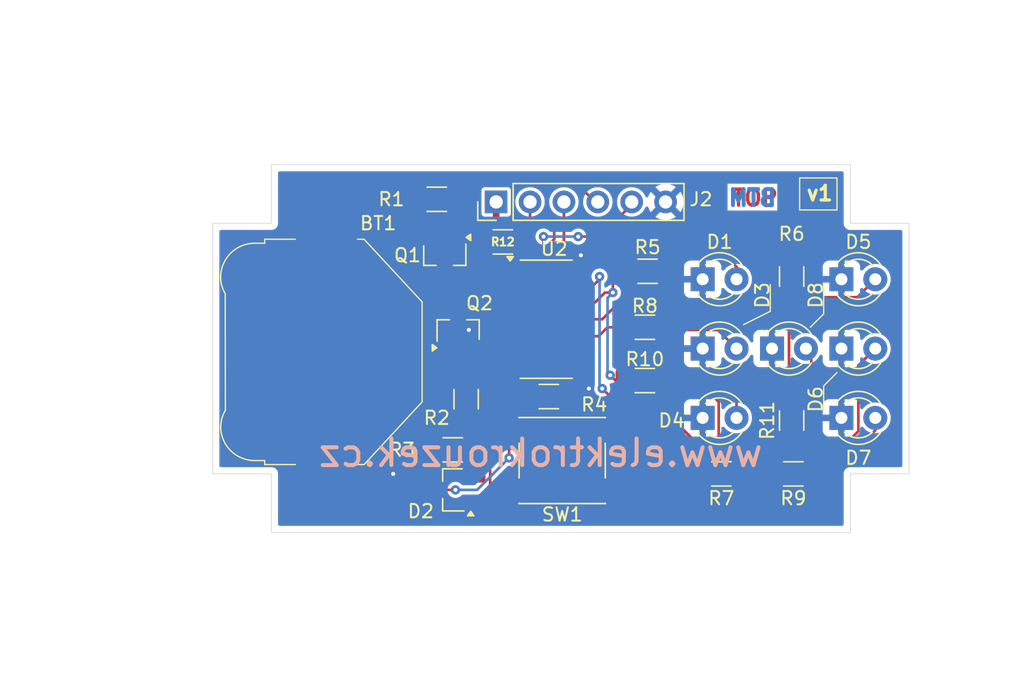
<source format=kicad_pcb>
(kicad_pcb (version 20241229) (generator "pcbnew") (generator_version "9.0")
  (title_block (title "Electronic dice (SMD)") (date "2025-09-17") (rev "1") (company "www.elektrokrouzek.cz"))
  (layers (0 "F.Cu" signal) (2 "B.Cu" signal) (13 "F.Paste" user) (15 "B.Paste" user) (5 "F.SilkS" user "F.Silkscreen") (7 "B.SilkS" user "B.Silkscreen") (1 "F.Mask" user) (3 "B.Mask" user) (25 "Edge.Cuts" user))
  (net 0 "")
  (net 1 "Net-(BT1-+)")
  (net 2 "GND")
  (net 3 "Net-(D1-A)")
  (net 4 "Net-(D2-K-Pad2)")
  (net 5 "Net-(D2-A)")
  (net 6 "BTN")
  (net 7 "Net-(D3-A)")
  (net 8 "Net-(D4-A)")
  (net 9 "Net-(D5-A)")
  (net 10 "Net-(D6-A)")
  (net 11 "Net-(D7-A)")
  (net 12 "Net-(D8-A)")
  (net 13 "RESET")
  (net 14 "MOSI")
  (net 15 "VCC")
  (net 16 "SCK")
  (net 17 "MISO")
  (net 18 "Net-(Q1-G)")
  (net 19 "Net-(Q2-B)")
  (net 20 "PWR")
  (net 21 "Net-(U2-PA2)")
  (net 22 "Net-(U2-PA1)")
  (net 23 "Net-(U2-AREF{slash}PA0)")
  (net 24 "Net-(U2-PA3)")
  (footprint "Resistor_SMD:R_1206_3216Metric_Pad1.30x1.75mm_HandSolder" (layer "F.Cu") (at 179.6 87 90)
    (property "Reference" "R6" (at 3.2 0 0) (layer "F.SilkS"))
    (property "Value" "220R" (hide yes))
    (fp_line (start -0.727064 -0.91) (end 0.727064 -0.91) (stroke (width 0.12)) (layer "F.SilkS"))
    (fp_line (start -0.727064 0.91) (end 0.727064 0.91) (stroke (width 0.12)) (layer "F.SilkS"))
    (pad "1" smd roundrect (at -1.55 0 90) (size 1.3 1.75) (layers "F.Cu" "F.Mask" "F.Paste") (roundrect_rratio 0.192308) (net 9 "Net-(D5-A)"))
    (pad "2" smd roundrect (at 1.55 0 90) (size 1.3 1.75) (layers "F.Cu" "F.Mask" "F.Paste") (roundrect_rratio 0.192308) (net 22 "Net-(U2-PA1)"))
  )
  (footprint "Package_SO:SOIC-14_3.9x8.7mm_P1.27mm" (layer "F.Cu") (at 161.2 90.2)
    (property "Reference" "U2" (at 0.6 -5.28 0) (layer "F.SilkS"))
    (property "Value" "ATtiny24-20SS" (hide yes))
    (fp_line (start 0 -4.435) (end -1.95 -4.435) (stroke (width 0.12)) (layer "F.SilkS"))
    (fp_line (start 0 -4.435) (end 1.95 -4.435) (stroke (width 0.12)) (layer "F.SilkS"))
    (fp_line (start 0 4.435) (end -1.95 4.435) (stroke (width 0.12)) (layer "F.SilkS"))
    (fp_line (start 0 4.435) (end 1.95 4.435) (stroke (width 0.12)) (layer "F.SilkS"))
    (fp_poly (pts (xy -2.7 -4.37) (xy -2.94 -4.7) (xy -2.46 -4.7)) (stroke (width 0.12)) (fill yes) (layer "F.SilkS"))
    (pad "1" smd roundrect (at -2.475 -3.81) (size 1.95 0.6) (layers "F.Cu" "F.Mask" "F.Paste") (net 15 "VCC"))
    (pad "2" smd roundrect (at -2.475 -2.54) (size 1.95 0.6) (layers "F.Cu" "F.Mask" "F.Paste") (net 20 "PWR"))
    (pad "3" smd roundrect (at -2.475 -1.27) (size 1.95 0.6) (layers "F.Cu" "F.Mask" "F.Paste") (net 6 "BTN"))
    (pad "4" smd roundrect (at -2.475 0) (size 1.95 0.6) (layers "F.Cu" "F.Mask" "F.Paste") (net 13 "RESET"))
    (pad "5" smd roundrect (at -2.475 1.27) (size 1.95 0.6) (layers "F.Cu" "F.Mask" "F.Paste"))
    (pad "6" smd roundrect (at -2.475 2.54) (size 1.95 0.6) (layers "F.Cu" "F.Mask" "F.Paste"))
    (pad "7" smd roundrect (at -2.475 3.81) (size 1.95 0.6) (layers "F.Cu" "F.Mask" "F.Paste") (net 14 "MOSI"))
    (pad "8" smd roundrect (at 2.475 3.81) (size 1.95 0.6) (layers "F.Cu" "F.Mask" "F.Paste") (net 17 "MISO"))
    (pad "9" smd roundrect (at 2.475 2.54) (size 1.95 0.6) (layers "F.Cu" "F.Mask" "F.Paste") (net 16 "SCK"))
    (pad "10" smd roundrect (at 2.475 1.27) (size 1.95 0.6) (layers "F.Cu" "F.Mask" "F.Paste") (net 24 "Net-(U2-PA3)"))
    (pad "11" smd roundrect (at 2.475 0) (size 1.95 0.6) (layers "F.Cu" "F.Mask" "F.Paste") (net 21 "Net-(U2-PA2)"))
    (pad "12" smd roundrect (at 2.475 -1.27) (size 1.95 0.6) (layers "F.Cu" "F.Mask" "F.Paste") (net 22 "Net-(U2-PA1)"))
    (pad "13" smd roundrect (at 2.475 -2.54) (size 1.95 0.6) (layers "F.Cu" "F.Mask" "F.Paste") (net 23 "Net-(U2-AREF{slash}PA0)"))
    (pad "14" smd roundrect (at 2.475 -3.81) (size 1.95 0.6) (layers "F.Cu" "F.Mask" "F.Paste") (net 2 "GND"))
  )
  (footprint "Resistor_SMD:R_1206_3216Metric_Pad1.30x1.75mm_HandSolder" (layer "F.Cu") (at 179.6 97.8 90)
    (property "Reference" "R11" (at 0 -1.83 90) (layer "F.SilkS"))
    (property "Value" "220R" (hide yes))
    (fp_line (start -0.727064 -0.91) (end 0.727064 -0.91) (stroke (width 0.12)) (layer "F.SilkS"))
    (fp_line (start -0.727064 0.91) (end 0.727064 0.91) (stroke (width 0.12)) (layer "F.SilkS"))
    (pad "1" smd roundrect (at -1.55 0 90) (size 1.3 1.75) (layers "F.Cu" "F.Mask" "F.Paste") (roundrect_rratio 0.192308) (net 11 "Net-(D7-A)"))
    (pad "2" smd roundrect (at 1.55 0 90) (size 1.3 1.75) (layers "F.Cu" "F.Mask" "F.Paste") (roundrect_rratio 0.192308) (net 21 "Net-(U2-PA2)"))
  )
  (footprint "Resistor_SMD:R_1206_3216Metric_Pad1.30x1.75mm_HandSolder" (layer "F.Cu") (at 168.6 90.8 180)
    (property "Reference" "R8" (at 0 1.6 0) (layer "F.SilkS"))
    (property "Value" "220R" (hide yes))
    (fp_line (start -0.727064 0.91) (end 0.727064 0.91) (stroke (width 0.12)) (layer "F.SilkS"))
    (fp_line (start -0.727064 -0.91) (end 0.727064 -0.91) (stroke (width 0.12)) (layer "F.SilkS"))
    (pad "1" smd roundrect (at -1.55 0 180) (size 1.3 1.75) (layers "F.Cu" "F.Mask" "F.Paste") (roundrect_rratio 0.192308) (net 7 "Net-(D3-A)"))
    (pad "2" smd roundrect (at 1.55 0 180) (size 1.3 1.75) (layers "F.Cu" "F.Mask" "F.Paste") (roundrect_rratio 0.192308) (net 24 "Net-(U2-PA3)"))
  )
  (footprint "Package_TO_SOT_SMD:SOT-23_Handsoldering" (layer "F.Cu") (at 154.6 91 90)
    (property "Reference" "Q2" (at 2 1.6 180) (layer "F.SilkS"))
    (property "Value" "BC848" (hide yes))
    (fp_line (start 0.76 -1.58) (end 0.76 -0.65) (stroke (width 0.12)) (layer "F.SilkS"))
    (fp_line (start -0.04 -1.58) (end 0.76 -1.58) (stroke (width 0.12)) (layer "F.SilkS"))
    (fp_line (start -0.04 -1.58) (end -0.84 -1.58) (stroke (width 0.12)) (layer "F.SilkS"))
    (fp_line (start 0.76 1.58) (end 0.76 0.65) (stroke (width 0.12)) (layer "F.SilkS"))
    (fp_line (start 0.76 1.58) (end -0.7 1.58) (stroke (width 0.12)) (layer "F.SilkS"))
    (fp_poly (pts (xy -1.34 -1.61) (xy -1.58 -1.94) (xy -1.1 -1.94) (xy -1.34 -1.61)) (stroke (width 0.12)) (fill yes) (layer "F.SilkS"))
    (pad "1" smd roundrect (at -1.5 -0.95 90) (size 1.9 0.8) (layers "F.Cu" "F.Mask" "F.Paste") (net 19 "Net-(Q2-B)"))
    (pad "2" smd roundrect (at -1.5 0.95 90) (size 1.9 0.8) (layers "F.Cu" "F.Mask" "F.Paste") (net 2 "GND"))
    (pad "3" smd roundrect (at 1.5 0 90) (size 1.9 0.8) (layers "F.Cu" "F.Mask" "F.Paste") (net 18 "Net-(Q1-G)"))
  )
  (footprint "Resistor_SMD:R_1206_3216Metric_Pad1.30x1.75mm_HandSolder" (layer "F.Cu") (at 157.95 84.4 180)
    (property "Reference" "R12" (at 0 0 0) (layer "F.SilkS") (effects (font (size 0.6 0.6))))
    (property "Value" "10k" (hide yes))
    (fp_line (start -0.727064 0.91) (end 0.727064 0.91) (stroke (width 0.12)) (layer "F.SilkS"))
    (fp_line (start -0.727064 -0.91) (end 0.727064 -0.91) (stroke (width 0.12)) (layer "F.SilkS"))
    (pad "1" smd roundrect (at -1.55 0 180) (size 1.3 1.75) (layers "F.Cu" "F.Mask" "F.Paste") (roundrect_rratio 0.192308) (net 13 "RESET"))
    (pad "2" smd roundrect (at 1.55 0 180) (size 1.3 1.75) (layers "F.Cu" "F.Mask" "F.Paste") (roundrect_rratio 0.192308) (net 15 "VCC"))
  )
  (footprint "Resistor_SMD:R_1206_3216Metric_Pad1.30x1.75mm_HandSolder" (layer "F.Cu") (at 153 81.2)
    (property "Reference" "R1" (at -3.4 0 0) (layer "F.SilkS"))
    (property "Value" "2M2" (hide yes))
    (fp_line (start -0.727064 -0.91) (end 0.727064 -0.91) (stroke (width 0.12)) (layer "F.SilkS"))
    (fp_line (start -0.727064 0.91) (end 0.727064 0.91) (stroke (width 0.12)) (layer "F.SilkS"))
    (pad "1" smd roundrect (at -1.55 0) (size 1.3 1.75) (layers "F.Cu" "F.Mask" "F.Paste") (roundrect_rratio 0.192308) (net 1 "Net-(BT1-+)"))
    (pad "2" smd roundrect (at 1.55 0) (size 1.3 1.75) (layers "F.Cu" "F.Mask" "F.Paste") (roundrect_rratio 0.192308) (net 18 "Net-(Q1-G)"))
  )
  (footprint "Resistor_SMD:R_1206_3216Metric_Pad1.30x1.75mm_HandSolder" (layer "F.Cu") (at 161.4 96 180)
    (property "Reference" "R4" (at -3.4 -0.6 180) (layer "F.SilkS"))
    (property "Value" "10k" (hide yes))
    (fp_line (start -0.727064 0.91) (end 0.727064 0.91) (stroke (width 0.12)) (layer "F.SilkS"))
    (fp_line (start -0.727064 -0.91) (end 0.727064 -0.91) (stroke (width 0.12)) (layer "F.SilkS"))
    (pad "1" smd roundrect (at -1.55 0 180) (size 1.3 1.75) (layers "F.Cu" "F.Mask" "F.Paste") (roundrect_rratio 0.192308) (net 2 "GND"))
    (pad "2" smd roundrect (at 1.55 0 180) (size 1.3 1.75) (layers "F.Cu" "F.Mask" "F.Paste") (roundrect_rratio 0.192308) (net 6 "BTN"))
  )
  (footprint "LED_THT:LED_D3.0mm" (layer "F.Cu") (at 172.93 87.2)
    (property "Reference" "D1" (at 1.27 -2.8 0) (layer "F.SilkS"))
    (property "Value" "3mm" (hide yes))
    (fp_line (start -0.29 -1.236) (end -0.29 -1.08) (stroke (width 0.12)) (layer "F.SilkS"))
    (fp_line (start -0.29 1.08) (end -0.29 1.236) (stroke (width 0.12)) (layer "F.SilkS"))
    (fp_arc (start -0.29 -1.235516) (mid 1.365624 -1.987701) (end 2.941397 -1.080061) (stroke (width 0.12)) (layer "F.SilkS"))
    (fp_arc (start 0.229039 -1.08) (mid 1.269964 -1.5) (end 2.31091 -1.080049) (stroke (width 0.12)) (layer "F.SilkS"))
    (fp_arc (start 2.31091 1.080049) (mid 1.269964 1.5) (end 0.229039 1.08) (stroke (width 0.12)) (layer "F.SilkS"))
    (fp_arc (start 2.941397 1.080061) (mid 1.365624 1.987701) (end -0.29 1.235516) (stroke (width 0.12)) (layer "F.SilkS"))
    (pad "1" thru_hole rect (at 0 0) (size 1.8 1.8) (drill 0.9) (layers "*.Cu" "*.Mask") (net 2 "GND"))
    (pad "2" thru_hole circle (at 2.54 0) (size 1.8 1.8) (drill 0.9) (layers "*.Cu" "*.Mask") (net 3 "Net-(D1-A)"))
  )
  (footprint "Resistor_SMD:R_1206_3216Metric_Pad1.30x1.75mm_HandSolder" (layer "F.Cu") (at 154.2 100 180)
    (property "Reference" "R3" (at 3.8 0 0) (layer "F.SilkS"))
    (property "Value" "10k" (hide yes))
    (fp_line (start -0.727064 0.91) (end 0.727064 0.91) (stroke (width 0.12)) (layer "F.SilkS"))
    (fp_line (start -0.727064 -0.91) (end 0.727064 -0.91) (stroke (width 0.12)) (layer "F.SilkS"))
    (pad "1" smd roundrect (at -1.55 0 180) (size 1.3 1.75) (layers "F.Cu" "F.Mask" "F.Paste") (roundrect_rratio 0.192308) (net 19 "Net-(Q2-B)"))
    (pad "2" smd roundrect (at 1.55 0 180) (size 1.3 1.75) (layers "F.Cu" "F.Mask" "F.Paste") (roundrect_rratio 0.192308) (net 4 "Net-(D2-K-Pad2)"))
  )
  (footprint "LED_THT:LED_D3.0mm" (layer "F.Cu") (at 183.33 92.4)
    (property "Reference" "D6" (at -1.93 3.8 90) (layer "F.SilkS"))
    (property "Value" "3mm" (hide yes))
    (fp_line (start -0.29 -1.236) (end -0.29 -1.08) (stroke (width 0.12)) (layer "F.SilkS"))
    (fp_line (start -0.29 1.08) (end -0.29 1.236) (stroke (width 0.12)) (layer "F.SilkS"))
    (fp_arc (start -0.29 -1.235516) (mid 1.365624 -1.987701) (end 2.941397 -1.080061) (stroke (width 0.12)) (layer "F.SilkS"))
    (fp_arc (start 0.229039 -1.08) (mid 1.269964 -1.5) (end 2.31091 -1.080049) (stroke (width 0.12)) (layer "F.SilkS"))
    (fp_arc (start 2.31091 1.080049) (mid 1.269964 1.5) (end 0.229039 1.08) (stroke (width 0.12)) (layer "F.SilkS"))
    (fp_arc (start 2.941397 1.080061) (mid 1.365624 1.987701) (end -0.29 1.235516) (stroke (width 0.12)) (layer "F.SilkS"))
    (pad "1" thru_hole rect (at 0 0) (size 1.8 1.8) (drill 0.9) (layers "*.Cu" "*.Mask") (net 2 "GND"))
    (pad "2" thru_hole circle (at 2.54 0) (size 1.8 1.8) (drill 0.9) (layers "*.Cu" "*.Mask") (net 10 "Net-(D6-A)"))
  )
  (footprint "Resistor_SMD:R_1206_3216Metric_Pad1.30x1.75mm_HandSolder" (layer "F.Cu") (at 174.33 101.8 180)
    (property "Reference" "R7" (at 0 -1.83 0) (layer "F.SilkS"))
    (property "Value" "220R" (hide yes))
    (fp_line (start -0.727064 0.91) (end 0.727064 0.91) (stroke (width 0.12)) (layer "F.SilkS"))
    (fp_line (start -0.727064 -0.91) (end 0.727064 -0.91) (stroke (width 0.12)) (layer "F.SilkS"))
    (pad "1" smd roundrect (at -1.55 0 180) (size 1.3 1.75) (layers "F.Cu" "F.Mask" "F.Paste") (roundrect_rratio 0.192308) (net 12 "Net-(D8-A)"))
    (pad "2" smd roundrect (at 1.55 0 180) (size 1.3 1.75) (layers "F.Cu" "F.Mask" "F.Paste") (roundrect_rratio 0.192308) (net 23 "Net-(U2-AREF{slash}PA0)"))
  )
  (footprint "Button_Switch_SMD:SW_SPST_PTS645" (layer "F.Cu") (at 162.4 100.8 180)
    (property "Reference" "SW1" (at 0 -4.05 0) (layer "F.SilkS"))
    (property "Value" "6x6 SMD" (hide yes))
    (fp_line (start 3.23 3.23) (end 3.23 3.2) (stroke (width 0.12)) (layer "F.SilkS"))
    (fp_line (start 3.23 -1.3) (end 3.23 1.3) (stroke (width 0.12)) (layer "F.SilkS"))
    (fp_line (start 3.23 -3.23) (end 3.23 -3.2) (stroke (width 0.12)) (layer "F.SilkS"))
    (fp_line (start -3.23 3.23) (end 3.23 3.23) (stroke (width 0.12)) (layer "F.SilkS"))
    (fp_line (start -3.23 3.23) (end -3.23 3.2) (stroke (width 0.12)) (layer "F.SilkS"))
    (fp_line (start -3.23 -1.3) (end -3.23 1.3) (stroke (width 0.12)) (layer "F.SilkS"))
    (fp_line (start -3.23 -3.2) (end -3.23 -3.23) (stroke (width 0.12)) (layer "F.SilkS"))
    (fp_line (start -3.23 -3.23) (end 3.23 -3.23) (stroke (width 0.12)) (layer "F.SilkS"))
    (pad "1" smd rect (at -3.98 -2.25 180) (size 1.55 1.3) (layers "F.Cu" "F.Mask" "F.Paste") (net 1 "Net-(BT1-+)"))
    (pad "1" smd rect (at 3.98 -2.25 180) (size 1.55 1.3) (layers "F.Cu" "F.Mask" "F.Paste") (net 1 "Net-(BT1-+)"))
    (pad "2" smd rect (at -3.98 2.25 180) (size 1.55 1.3) (layers "F.Cu" "F.Mask" "F.Paste") (net 5 "Net-(D2-A)"))
    (pad "2" smd rect (at 3.98 2.25 180) (size 1.55 1.3) (layers "F.Cu" "F.Mask" "F.Paste") (net 5 "Net-(D2-A)"))
  )
  (footprint "LED_THT:LED_D3.0mm" (layer "F.Cu") (at 172.93 97.6)
    (property "Reference" "D4" (at -2.33 0.2 0) (layer "F.SilkS"))
    (property "Value" "3mm" (hide yes))
    (fp_line (start -0.29 -1.236) (end -0.29 -1.08) (stroke (width 0.12)) (layer "F.SilkS"))
    (fp_line (start -0.29 1.08) (end -0.29 1.236) (stroke (width 0.12)) (layer "F.SilkS"))
    (fp_arc (start -0.29 -1.235516) (mid 1.365624 -1.987701) (end 2.941397 -1.080061) (stroke (width 0.12)) (layer "F.SilkS"))
    (fp_arc (start 0.229039 -1.08) (mid 1.269964 -1.5) (end 2.31091 -1.080049) (stroke (width 0.12)) (layer "F.SilkS"))
    (fp_arc (start 2.31091 1.080049) (mid 1.269964 1.5) (end 0.229039 1.08) (stroke (width 0.12)) (layer "F.SilkS"))
    (fp_arc (start 2.941397 1.080061) (mid 1.365624 1.987701) (end -0.29 1.235516) (stroke (width 0.12)) (layer "F.SilkS"))
    (pad "1" thru_hole rect (at 0 0) (size 1.8 1.8) (drill 0.9) (layers "*.Cu" "*.Mask") (net 2 "GND"))
    (pad "2" thru_hole circle (at 2.54 0) (size 1.8 1.8) (drill 0.9) (layers "*.Cu" "*.Mask") (net 8 "Net-(D4-A)"))
  )
  (footprint "LED_THT:LED_D3.0mm" (layer "F.Cu") (at 183.33 87.2)
    (property "Reference" "D5" (at 1.27 -2.8 0) (layer "F.SilkS"))
    (property "Value" "3mm" (hide yes))
    (fp_line (start -0.29 -1.236) (end -0.29 -1.08) (stroke (width 0.12)) (layer "F.SilkS"))
    (fp_line (start -0.29 1.08) (end -0.29 1.236) (stroke (width 0.12)) (layer "F.SilkS"))
    (fp_arc (start -0.29 -1.235516) (mid 1.365624 -1.987701) (end 2.941397 -1.080061) (stroke (width 0.12)) (layer "F.SilkS"))
    (fp_arc (start 0.229039 -1.08) (mid 1.269964 -1.5) (end 2.31091 -1.080049) (stroke (width 0.12)) (layer "F.SilkS"))
    (fp_arc (start 2.31091 1.080049) (mid 1.269964 1.5) (end 0.229039 1.08) (stroke (width 0.12)) (layer "F.SilkS"))
    (fp_arc (start 2.941397 1.080061) (mid 1.365624 1.987701) (end -0.29 1.235516) (stroke (width 0.12)) (layer "F.SilkS"))
    (pad "1" thru_hole rect (at 0 0) (size 1.8 1.8) (drill 0.9) (layers "*.Cu" "*.Mask") (net 2 "GND"))
    (pad "2" thru_hole circle (at 2.54 0) (size 1.8 1.8) (drill 0.9) (layers "*.Cu" "*.Mask") (net 9 "Net-(D5-A)"))
  )
  (footprint "Package_TO_SOT_SMD:SOT-23_Handsoldering" (layer "F.Cu") (at 153.6 85.4 -90)
    (property "Reference" "Q1" (at 0 2.8 180) (layer "F.SilkS"))
    (property "Value" "BSS84" (hide yes))
    (fp_line (start 0.76 1.58) (end -0.7 1.58) (stroke (width 0.12)) (layer "F.SilkS"))
    (fp_line (start 0.76 1.58) (end 0.76 0.65) (stroke (width 0.12)) (layer "F.SilkS"))
    (fp_line (start -0.04 -1.58) (end -0.84 -1.58) (stroke (width 0.12)) (layer "F.SilkS"))
    (fp_line (start -0.04 -1.58) (end 0.76 -1.58) (stroke (width 0.12)) (layer "F.SilkS"))
    (fp_line (start 0.76 -1.58) (end 0.76 -0.65) (stroke (width 0.12)) (layer "F.SilkS"))
    (fp_poly (pts (xy -1.34 -1.61) (xy -1.58 -1.94) (xy -1.1 -1.94) (xy -1.34 -1.61)) (stroke (width 0.12)) (fill yes) (layer "F.SilkS"))
    (pad "1" smd roundrect (at -1.5 -0.95 270) (size 1.9 0.8) (layers "F.Cu" "F.Mask" "F.Paste") (net 18 "Net-(Q1-G)"))
    (pad "2" smd roundrect (at -1.5 0.95 270) (size 1.9 0.8) (layers "F.Cu" "F.Mask" "F.Paste") (net 1 "Net-(BT1-+)"))
    (pad "3" smd roundrect (at 1.5 0 270) (size 1.9 0.8) (layers "F.Cu" "F.Mask" "F.Paste") (net 15 "VCC"))
  )
  (footprint "Connector_PinHeader_2.54mm:PinHeader_1x06_P2.54mm_Vertical" (layer "F.Cu") (at 157.45 81.4 90)
    (property "Reference" "J2" (at 0.2 15.35 180) (layer "F.SilkS"))
    (property "Value" "6pin" (hide yes))
    (fp_line (start -1.38 -1.38) (end 0 -1.38) (stroke (width 0.12)) (layer "F.SilkS"))
    (fp_line (start -1.38 0) (end -1.38 -1.38) (stroke (width 0.12)) (layer "F.SilkS"))
    (fp_line (start 1.38 1.27) (end 1.38 14.08) (stroke (width 0.12)) (layer "F.SilkS"))
    (fp_line (start -1.38 1.27) (end 1.38 1.27) (stroke (width 0.12)) (layer "F.SilkS"))
    (fp_line (start -1.38 1.27) (end -1.38 14.08) (stroke (width 0.12)) (layer "F.SilkS"))
    (fp_line (start -1.38 14.08) (end 1.38 14.08) (stroke (width 0.12)) (layer "F.SilkS"))
    (pad "1" thru_hole rect (at 0 0 90) (size 1.7 1.7) (drill 1) (layers "*.Cu" "*.Mask") (net 15 "VCC"))
    (pad "2" thru_hole circle (at 0 2.54 90) (size 1.7 1.7) (drill 1) (layers "*.Cu" "*.Mask") (net 13 "RESET"))
    (pad "3" thru_hole circle (at 0 5.08 90) (size 1.7 1.7) (drill 1) (layers "*.Cu" "*.Mask") (net 16 "SCK"))
    (pad "4" thru_hole circle (at 0 7.62 90) (size 1.7 1.7) (drill 1) (layers "*.Cu" "*.Mask") (net 17 "MISO"))
    (pad "5" thru_hole circle (at 0 10.16 90) (size 1.7 1.7) (drill 1) (layers "*.Cu" "*.Mask") (net 14 "MOSI"))
    (pad "6" thru_hole circle (at 0 12.7 90) (size 1.7 1.7) (drill 1) (layers "*.Cu" "*.Mask") (net 2 "GND"))
  )
  (footprint "LED_THT:LED_D3.0mm" (layer "F.Cu") (at 172.93 92.4)
    (property "Reference" "D3" (at 4.47 -4 270) (layer "F.SilkS"))
    (property "Value" "3mm" (hide yes))
    (fp_line (start -0.29 -1.236) (end -0.29 -1.08) (stroke (width 0.12)) (layer "F.SilkS"))
    (fp_line (start -0.29 1.08) (end -0.29 1.236) (stroke (width 0.12)) (layer "F.SilkS"))
    (fp_arc (start -0.29 -1.235516) (mid 1.365624 -1.987701) (end 2.941397 -1.080061) (stroke (width 0.12)) (layer "F.SilkS"))
    (fp_arc (start 0.229039 -1.08) (mid 1.269964 -1.5) (end 2.31091 -1.080049) (stroke (width 0.12)) (layer "F.SilkS"))
    (fp_arc (start 2.31091 1.080049) (mid 1.269964 1.5) (end 0.229039 1.08) (stroke (width 0.12)) (layer "F.SilkS"))
    (fp_arc (start 2.941397 1.080061) (mid 1.365624 1.987701) (end -0.29 1.235516) (stroke (width 0.12)) (layer "F.SilkS"))
    (pad "1" thru_hole rect (at 0 0) (size 1.8 1.8) (drill 0.9) (layers "*.Cu" "*.Mask") (net 2 "GND"))
    (pad "2" thru_hole circle (at 2.54 0) (size 1.8 1.8) (drill 0.9) (layers "*.Cu" "*.Mask") (net 7 "Net-(D3-A)"))
  )
  (footprint "Resistor_SMD:R_1206_3216Metric_Pad1.30x1.75mm_HandSolder" (layer "F.Cu") (at 155.2 96.2 90)
    (property "Reference" "R2" (at -1.4 -2.2 0) (layer "F.SilkS"))
    (property "Value" "10k" (hide yes))
    (fp_line (start -0.727064 -0.91) (end 0.727064 -0.91) (stroke (width 0.12)) (layer "F.SilkS"))
    (fp_line (start -0.727064 0.91) (end 0.727064 0.91) (stroke (width 0.12)) (layer "F.SilkS"))
    (pad "1" smd roundrect (at -1.55 0 90) (size 1.3 1.75) (layers "F.Cu" "F.Mask" "F.Paste") (roundrect_rratio 0.192308) (net 19 "Net-(Q2-B)"))
    (pad "2" smd roundrect (at 1.55 0 90) (size 1.3 1.75) (layers "F.Cu" "F.Mask" "F.Paste") (roundrect_rratio 0.192308) (net 20 "PWR"))
  )
  (footprint "Resistor_SMD:R_1206_3216Metric_Pad1.30x1.75mm_HandSolder" (layer "F.Cu") (at 168.8 86.6 180)
    (property "Reference" "R5" (at 0 1.8 0) (layer "F.SilkS"))
    (property "Value" "220R" (hide yes))
    (fp_line (start -0.727064 0.91) (end 0.727064 0.91) (stroke (width 0.12)) (layer "F.SilkS"))
    (fp_line (start -0.727064 -0.91) (end 0.727064 -0.91) (stroke (width 0.12)) (layer "F.SilkS"))
    (pad "1" smd roundrect (at -1.55 0 180) (size 1.3 1.75) (layers "F.Cu" "F.Mask" "F.Paste") (roundrect_rratio 0.192308) (net 3 "Net-(D1-A)"))
    (pad "2" smd roundrect (at 1.55 0 180) (size 1.3 1.75) (layers "F.Cu" "F.Mask" "F.Paste") (roundrect_rratio 0.192308) (net 21 "Net-(U2-PA2)"))
  )
  (footprint "LED_THT:LED_D3.0mm" (layer "F.Cu") (at 183.33 97.6)
    (property "Reference" "D7" (at 1.27 3 0) (layer "F.SilkS"))
    (property "Value" "3mm" (hide yes))
    (fp_line (start -0.29 -1.236) (end -0.29 -1.08) (stroke (width 0.12)) (layer "F.SilkS"))
    (fp_line (start -0.29 1.08) (end -0.29 1.236) (stroke (width 0.12)) (layer "F.SilkS"))
    (fp_arc (start -0.29 -1.235516) (mid 1.365624 -1.987701) (end 2.941397 -1.080061) (stroke (width 0.12)) (layer "F.SilkS"))
    (fp_arc (start 0.229039 -1.08) (mid 1.269964 -1.5) (end 2.31091 -1.080049) (stroke (width 0.12)) (layer "F.SilkS"))
    (fp_arc (start 2.31091 1.080049) (mid 1.269964 1.5) (end 0.229039 1.08) (stroke (width 0.12)) (layer "F.SilkS"))
    (fp_arc (start 2.941397 1.080061) (mid 1.365624 1.987701) (end -0.29 1.235516) (stroke (width 0.12)) (layer "F.SilkS"))
    (pad "1" thru_hole rect (at 0 0) (size 1.8 1.8) (drill 0.9) (layers "*.Cu" "*.Mask") (net 2 "GND"))
    (pad "2" thru_hole circle (at 2.54 0) (size 1.8 1.8) (drill 0.9) (layers "*.Cu" "*.Mask") (net 11 "Net-(D7-A)"))
  )
  (footprint "Krouzek:Keystone 3012" (layer "F.Cu") (at 144.35 92.65 90)
    (property "Reference" "BT1" (at 9.65 4.25 0) (layer "F.SilkS"))
    (property "Value" "Keystone 3012" (hide yes))
    (fp_line (start -4.378248 -7.196908) (end 4.378248 -7.210439) (stroke (width 0.1)) (layer "F.SilkS"))
    (fp_line (start 8.149999 -5) (end 8.15 -4.25) (stroke (width 0.1)) (layer "F.SilkS"))
    (fp_line (start -8.149999 -5) (end -8.15 -4.25) (stroke (width 0.1)) (layer "F.SilkS"))
    (fp_line (start 8.45 -4.25) (end 8.45 -1.95) (stroke (width 0.1)) (layer "F.SilkS"))
    (fp_line (start 8.15 -4.25) (end 8.45 -4.25) (stroke (width 0.1)) (layer "F.SilkS"))
    (fp_line (start -8.45 -4.25) (end -8.15 -4.25) (stroke (width 0.1)) (layer "F.SilkS"))
    (fp_line (start -8.45 -4.25) (end -8.45 -1.95) (stroke (width 0.1)) (layer "F.SilkS"))
    (fp_line (start 8.45 3.2) (end 8.45 2.7) (stroke (width 0.1)) (layer "F.SilkS"))
    (fp_line (start 8.45 3.2) (end 3.75 7.55) (stroke (width 0.1)) (layer "F.SilkS"))
    (fp_line (start -8.45 3.2) (end -8.45 2.7) (stroke (width 0.1)) (layer "F.SilkS"))
    (fp_line (start -8.45 3.2) (end -3.75 7.55) (stroke (width 0.1)) (layer "F.SilkS"))
    (fp_line (start -3.75 7.55) (end 3.75 7.55) (stroke (width 0.1)) (layer "F.SilkS"))
    (fp_arc (start 5.6 -7.55) (mid 7.403122 -6.803122) (end 8.15 -5) (stroke (width 0.1)) (layer "F.SilkS"))
    (fp_arc (start -5.6 -7.536469) (mid -4.965969 -7.45) (end -4.378248 -7.196908) (stroke (width 0.1)) (layer "F.SilkS"))
    (fp_arc (start 4.378248 -7.210439) (mid 4.965969 -7.463531) (end 5.6 -7.55) (stroke (width 0.1)) (layer "F.SilkS"))
    (fp_arc (start -8.15 -5) (mid -7.403122 -6.803122) (end -5.6 -7.55) (stroke (width 0.1)) (layer "F.SilkS"))
    (pad "1" smd roundrect (at -10.05 0.45 90) (size 4 4) (layers "F.Cu" "F.Mask" "F.Paste") (roundrect_rratio 0.15) (net 1 "Net-(BT1-+)"))
    (pad "1" smd roundrect (at 10.05 0.45 90) (size 4 4) (layers "F.Cu" "F.Mask" "F.Paste") (roundrect_rratio 0.15) (net 1 "Net-(BT1-+)"))
    (pad "2" smd circle (at 0 0 90) (size 13 13) (layers "F.Cu" "F.Mask" "F.Paste") (net 2 "GND"))
  )
  (footprint "Resistor_SMD:R_1206_3216Metric_Pad1.30x1.75mm_HandSolder" (layer "F.Cu") (at 179.73 101.8 180)
    (property "Reference" "R9" (at 0 -1.83 0) (layer "F.SilkS"))
    (property "Value" "220R" (hide yes))
    (fp_line (start -0.727064 0.91) (end 0.727064 0.91) (stroke (width 0.12)) (layer "F.SilkS"))
    (fp_line (start -0.727064 -0.91) (end 0.727064 -0.91) (stroke (width 0.12)) (layer "F.SilkS"))
    (pad "1" smd roundrect (at -1.55 0 180) (size 1.3 1.75) (layers "F.Cu" "F.Mask" "F.Paste") (roundrect_rratio 0.192308) (net 10 "Net-(D6-A)"))
    (pad "2" smd roundrect (at 1.55 0 180) (size 1.3 1.75) (layers "F.Cu" "F.Mask" "F.Paste") (roundrect_rratio 0.192308) (net 24 "Net-(U2-PA3)"))
  )
  (footprint "LED_THT:LED_D3.0mm" (layer "F.Cu") (at 178.13 92.4)
    (property "Reference" "D8" (at 3.27 -4 90) (layer "F.SilkS"))
    (property "Value" "3mm" (hide yes))
    (fp_line (start -0.29 -1.236) (end -0.29 -1.08) (stroke (width 0.12)) (layer "F.SilkS"))
    (fp_line (start -0.29 1.08) (end -0.29 1.236) (stroke (width 0.12)) (layer "F.SilkS"))
    (fp_arc (start -0.29 -1.235516) (mid 1.365624 -1.987701) (end 2.941397 -1.080061) (stroke (width 0.12)) (layer "F.SilkS"))
    (fp_arc (start 0.229039 -1.08) (mid 1.269964 -1.5) (end 2.31091 -1.080049) (stroke (width 0.12)) (layer "F.SilkS"))
    (fp_arc (start 2.31091 1.080049) (mid 1.269964 1.5) (end 0.229039 1.08) (stroke (width 0.12)) (layer "F.SilkS"))
    (fp_arc (start 2.941397 1.080061) (mid 1.365624 1.987701) (end -0.29 1.235516) (stroke (width 0.12)) (layer "F.SilkS"))
    (pad "1" thru_hole rect (at 0 0) (size 1.8 1.8) (drill 0.9) (layers "*.Cu" "*.Mask") (net 2 "GND"))
    (pad "2" thru_hole circle (at 2.54 0) (size 1.8 1.8) (drill 0.9) (layers "*.Cu" "*.Mask") (net 12 "Net-(D8-A)"))
  )
  (footprint "Package_TO_SOT_SMD:SOT-23_Handsoldering" (layer "F.Cu") (at 154.2 103 180)
    (property "Reference" "D2" (at 2.4 -1.6 0) (layer "F.SilkS"))
    (property "Value" "BAS70-06" (hide yes))
    (fp_line (start 0.76 1.58) (end 0.76 0.65) (stroke (width 0.12)) (layer "F.SilkS"))
    (fp_line (start 0.76 1.58) (end -0.7 1.58) (stroke (width 0.12)) (layer "F.SilkS"))
    (fp_line (start 0.76 -1.58) (end 0.76 -0.65) (stroke (width 0.12)) (layer "F.SilkS"))
    (fp_line (start -0.04 -1.58) (end 0.76 -1.58) (stroke (width 0.12)) (layer "F.SilkS"))
    (fp_line (start -0.04 -1.58) (end -0.84 -1.58) (stroke (width 0.12)) (layer "F.SilkS"))
    (fp_poly (pts (xy -1.34 -1.61) (xy -1.58 -1.94) (xy -1.1 -1.94) (xy -1.34 -1.61)) (stroke (width 0.12)) (fill yes) (layer "F.SilkS"))
    (pad "1" smd roundrect (at -1.5 -0.95 180) (size 1.9 0.8) (layers "F.Cu" "F.Mask" "F.Paste") (net 6 "BTN"))
    (pad "2" smd roundrect (at -1.5 0.95 180) (size 1.9 0.8) (layers "F.Cu" "F.Mask" "F.Paste") (net 4 "Net-(D2-K-Pad2)"))
    (pad "3" smd roundrect (at 1.5 0 180) (size 1.9 0.8) (layers "F.Cu" "F.Mask" "F.Paste") (net 5 "Net-(D2-A)"))
  )
  (footprint "Resistor_SMD:R_1206_3216Metric_Pad1.30x1.75mm_HandSolder" (layer "F.Cu") (at 168.6 94.8 180)
    (property "Reference" "R10" (at 0 1.6 0) (layer "F.SilkS"))
    (property "Value" "220R" (hide yes))
    (fp_line (start -0.727064 0.91) (end 0.727064 0.91) (stroke (width 0.12)) (layer "F.SilkS"))
    (fp_line (start -0.727064 -0.91) (end 0.727064 -0.91) (stroke (width 0.12)) (layer "F.SilkS"))
    (pad "1" smd roundrect (at -1.55 0 180) (size 1.3 1.75) (layers "F.Cu" "F.Mask" "F.Paste") (roundrect_rratio 0.192308) (net 8 "Net-(D4-A)"))
    (pad "2" smd roundrect (at 1.55 0 180) (size 1.3 1.75) (layers "F.Cu" "F.Mask" "F.Paste") (roundrect_rratio 0.192308) (net 22 "Net-(U2-PA1)"))
  )
  (gr_line (start 182 87.6) (end 182 89.8) (stroke (width 0.1)) (layer "F.SilkS"))
  (gr_line (start 182 95.2) (end 183 94.2) (stroke (width 0.1)) (layer "F.SilkS"))
  (gr_line (start 182 89.8) (end 181 90.8) (stroke (width 0.1)) (layer "F.SilkS"))
  (gr_line (start 182 97) (end 182 95.2) (stroke (width 0.1)) (layer "F.SilkS"))
  (gr_line (start 178 87.6) (end 178 89.6) (stroke (width 0.1)) (layer "F.SilkS"))
  (gr_line (start 178 89.6) (end 175.995006 90.605961) (stroke (width 0.1)) (layer "F.SilkS"))
  (gr_rect (start 180.2 79.6) (end 183 82) (stroke (width 0.1)) (fill no) (layer "F.SilkS"))
  (gr_line (start 140.6 106.2) (end 140.6 101.8) (stroke (width 0.05)) (layer "Edge.Cuts"))
  (gr_line (start 188.4 101.8) (end 184 101.8) (stroke (width 0.05)) (layer "Edge.Cuts"))
  (gr_line (start 136.2 83) (end 136.2 101.8) (stroke (width 0.05)) (layer "Edge.Cuts"))
  (gr_line (start 184 101.8) (end 184 106.2) (stroke (width 0.05)) (layer "Edge.Cuts"))
  (gr_line (start 188.4 83) (end 188.4 101.8) (stroke (width 0.05)) (layer "Edge.Cuts"))
  (gr_line (start 184 83) (end 188.4 83) (stroke (width 0.05)) (layer "Edge.Cuts"))
  (gr_line (start 184 106.2) (end 140.6 106.2) (stroke (width 0.05)) (layer "Edge.Cuts"))
  (gr_line (start 136.2 83) (end 140.6 83) (stroke (width 0.05)) (layer "Edge.Cuts"))
  (gr_line (start 140.6 78.6) (end 184 78.6) (stroke (width 0.05)) (layer "Edge.Cuts"))
  (gr_line (start 184 78.6) (end 184 83) (stroke (width 0.05)) (layer "Edge.Cuts"))
  (gr_line (start 140.6 83) (end 140.6 78.6) (stroke (width 0.05)) (layer "Edge.Cuts"))
  (gr_line (start 140.6 101.8) (end 136.2 101.8) (stroke (width 0.05)) (layer "Edge.Cuts"))
  (gr_text "TOP" (at 175 81.8 0) (layer "F.Cu") (effects (font (size 1.2 1.2) (thickness 0.25) (bold yes)) (justify left bottom)))
  (gr_text "BTM" (at 178.6 81.8 0) (layer "B.Cu") (effects (font (size 1.2 1.2) (thickness 0.3) (bold yes)) (justify left bottom mirror)))
  (gr_text "v1" (at 180.6 81.4 0) (layer "F.SilkS") (effects (font (size 1.1 1.1) (thickness 0.24) (bold yes)) (justify left bottom)))
  (gr_text "www.elektrokrouzek.cz" (at 177.6 101.4 0) (layer "B.SilkS") (effects (font (size 2 2) (thickness 0.3) (bold yes)) (justify left bottom mirror)))
  (segment (start 150.9 102.7) (end 145.1 102.7) (width 0.5) (layer "F.Cu") (net 1))
  (segment (start 151 96.8) (end 151 102.6) (width 0.5) (layer "F.Cu") (net 1))
  (segment (start 158.42 103.98) (end 157.4 105) (width 0.2) (layer "F.Cu") (net 1))
  (segment (start 151.4 89.4) (end 151.4 96.4) (width 0.5) (layer "F.Cu") (net 1))
  (segment (start 145.8 81.2) (end 151.45 81.2) (width 0.5) (layer "F.Cu") (net 1))
  (segment (start 151 84.6) (end 151 89) (width 0.5) (layer "F.Cu") (net 1))
  (segment (start 151.45 84.15) (end 151 84.6) (width 0.5) (layer "F.Cu") (net 1))
  (segment (start 151.55 83.9) (end 151.45 84) (width 0.5) (layer "F.Cu") (net 1))
  (segment (start 158.42 103.05) (end 158.42 103.98) (width 0.2) (layer "F.Cu") (net 1))
  (segment (start 151.4 96.4) (end 151 96.8) (width 0.5) (layer "F.Cu") (net 1))
  (segment (start 151.45 84) (end 151.45 81.2) (width 0.5) (layer "F.Cu") (net 1))
  (segment (start 158.42 103.05) (end 166.38 103.05) (width 0.2) (layer "F.Cu") (net 1))
  (segment (start 151.45 84) (end 151.45 84.15) (width 0.5) (layer "F.Cu") (net 1))
  (segment (start 152.65 83.9) (end 151.55 83.9) (width 0.5) (layer "F.Cu") (net 1))
  (segment (start 151 102.6) (end 150.9 102.7) (width 0.5) (layer "F.Cu") (net 1))
  (segment (start 152 105) (end 151 104) (width 0.2) (layer "F.Cu") (net 1))
  (segment (start 145.1 81.9) (end 145.8 81.2) (width 0.5) (layer "F.Cu") (net 1))
  (segment (start 145.1 102.7) (end 144.4 102) (width 0.5) (layer "F.Cu") (net 1))
  (segment (start 144.4 81.9) (end 145.1 81.9) (width 0.5) (layer "F.Cu") (net 1))
  (segment (start 157.4 105) (end 152 105) (width 0.2) (layer "F.Cu") (net 1))
  (segment (start 151 104) (end 151 102.6) (width 0.2) (layer "F.Cu") (net 1))
  (segment (start 151 89) (end 151.4 89.4) (width 0.5) (layer "F.Cu") (net 1))
  (segment (start 163.675 86.39) (end 163.675 85.525) (width 0.2) (layer "F.Cu") (net 2))
  (segment (start 155.55 92.5) (end 155.55 91.15) (width 0.2) (layer "F.Cu") (net 2))
  (segment (start 163.8 96) (end 162.95 96) (width 0.2) (layer "F.Cu") (net 2))
  (segment (start 149.731574 101.8) (end 149.6 101.668426) (width 0.5) (layer "F.Cu") (net 2))
  (segment (start 149.6 97.6) (end 144.65 92.65) (width 0.5) (layer "F.Cu") (net 2))
  (segment (start 164.4 95.4) (end 163.8 96) (width 0.2) (layer "F.Cu") (net 2))
  (segment (start 149.6 101.668426) (end 149.6 97.6) (width 0.5) (layer "F.Cu") (net 2))
  (segment (start 163.675 85.525) (end 163.8 85.4) (width 0.2) (layer "F.Cu") (net 2))
  (segment (start 155.55 91.15) (end 155.4 91) (width 0.2) (layer "F.Cu") (net 2))
  (segment (start 144.65 92.65) (end 143.95 92.65) (width 0.5) (layer "F.Cu") (net 2))
  (via (at 163.8 85.4) (size 0.7) (drill 0.3) (layers "F.Cu" "B.Cu") (net 2))
  (via (at 149.731574 101.8) (size 0.7) (drill 0.3) (layers "F.Cu" "B.Cu") (net 2))
  (via (at 164.4 95.4) (size 0.7) (drill 0.3) (layers "F.Cu" "B.Cu") (net 2))
  (via (at 155.4 91) (size 0.7) (drill 0.3) (layers "F.Cu" "B.Cu") (net 2))
  (segment (start 175.47 87.2) (end 175.47 86.27) (width 0.2) (layer "F.Cu") (net 3))
  (segment (start 171.35 85.6) (end 170.35 86.6) (width 0.2) (layer "F.Cu") (net 3))
  (segment (start 175.47 86.27) (end 174.8 85.6) (width 0.2) (layer "F.Cu") (net 3))
  (segment (start 174.8 85.6) (end 171.35 85.6) (width 0.2) (layer "F.Cu") (net 3))
  (segment (start 170.15 85.8) (end 170.15 86.35) (width 0.2) (layer "F.Cu") (net 3))
  (segment (start 154.7 102.05) (end 152.65 100) (width 0.2) (layer "F.Cu") (net 4))
  (segment (start 156.25 101.95) (end 155.5 101.95) (width 0.2) (layer "F.Cu") (net 4))
  (segment (start 155.7 102.05) (end 154.7 102.05) (width 0.2) (layer "F.Cu") (net 4))
  (segment (start 158.42 100.6) (end 158.42 98.55) (width 0.2) (layer "F.Cu") (net 5))
  (segment (start 166.38 98.55) (end 158.42 98.55) (width 0.2) (layer "F.Cu") (net 5))
  (segment (start 158.42 100.694064) (end 158.42 100.6) (width 0.2) (layer "F.Cu") (net 5))
  (segment (start 152.7 103) (end 154.4 103) (width 0.2) (layer "F.Cu") (net 5))
  (via (at 158.42 100.6) (size 0.7) (drill 0.3) (layers "F.Cu" "B.Cu") (net 5))
  (via (at 154.4 103) (size 0.7) (drill 0.3) (layers "F.Cu" "B.Cu") (net 5))
  (segment (start 154.4 103) (end 156.02 103) (width 0.2) (layer "B.Cu") (net 5))
  (segment (start 156.02 103) (end 158.42 100.6) (width 0.2) (layer "B.Cu") (net 5))
  (segment (start 157 102.65) (end 157 96) (width 0.2) (layer "F.Cu") (net 6))
  (segment (start 155.7 103.95) (end 157 102.65) (width 0.2) (layer "F.Cu") (net 6))
  (segment (start 157.47 88.93) (end 157 89.4) (width 0.2) (layer "F.Cu") (net 6))
  (segment (start 159.85 96) (end 157 96) (width 0.2) (layer "F.Cu") (net 6))
  (segment (start 158.725 88.93) (end 157.47 88.93) (width 0.2) (layer "F.Cu") (net 6))
  (segment (start 157 89.4) (end 157 96) (width 0.2) (layer "F.Cu") (net 6))
  (segment (start 170.73 91) (end 174.07 91) (width 0.2) (layer "F.Cu") (net 7))
  (segment (start 174.07 91) (end 175.47 92.4) (width 0.2) (layer "F.Cu") (net 7))
  (segment (start 170.15 90.8) (end 170.15 90.25) (width 0.2) (layer "F.Cu") (net 7))
  (segment (start 175.47 96.34) (end 173.93 94.8) (width 0.2) (layer "F.Cu") (net 8))
  (segment (start 175.47 97.6) (end 175.47 96.34) (width 0.2) (layer "F.Cu") (net 8))
  (segment (start 173.93 94.8) (end 170.15 94.8) (width 0.2) (layer "F.Cu") (net 8))
  (segment (start 179.6 88.55) (end 184.52 88.55) (width 0.2) (layer "F.Cu") (net 9))
  (segment (start 184.52 88.55) (end 185.87 87.2) (width 0.2) (layer "F.Cu") (net 9))
  (segment (start 184.6 98.6) (end 184.6 93.67) (width 0.2) (layer "F.Cu") (net 10))
  (segment (start 184.6 93.67) (end 185.87 92.4) (width 0.2) (layer "F.Cu") (net 10))
  (segment (start 183.8 99.4) (end 184.6 98.6) (width 0.2) (layer "F.Cu") (net 10))
  (segment (start 183.6 99.4) (end 183.8 99.4) (width 0.2) (layer "F.Cu") (net 10))
  (segment (start 181.28 101.72) (end 183.6 99.4) (width 0.2) (layer "F.Cu") (net 10))
  (segment (start 181.28 101.8) (end 181.28 101.72) (width 0.2) (layer "F.Cu") (net 10))
  (segment (start 185.87 98.53) (end 185.87 97.6) (width 0.2) (layer "F.Cu") (net 11))
  (segment (start 181.6 103.4) (end 182.8 102.2) (width 0.2) (layer "F.Cu") (net 11))
  (segment (start 180.8 103.4) (end 181.6 103.4) (width 0.2) (layer "F.Cu") (net 11))
  (segment (start 182.8 101.6) (end 185.87 98.53) (width 0.2) (layer "F.Cu") (net 11))
  (segment (start 182.8 102.2) (end 182.8 101.6) (width 0.2) (layer "F.Cu") (net 11))
  (segment (start 179.6 102.2) (end 180.8 103.4) (width 0.2) (layer "F.Cu") (net 11))
  (segment (start 179.6 99.35) (end 179.6 102.2) (width 0.2) (layer "F.Cu") (net 11))
  (segment (start 181.07 92.8) (end 180.67 92.4) (width 0.2) (layer "F.Cu") (net 12))
  (segment (start 178.8 97.8) (end 175.88 100.72) (width 0.2) (layer "F.Cu") (net 12))
  (segment (start 180.6 97.8) (end 178.8 97.8) (width 0.2) (layer "F.Cu") (net 12))
  (segment (start 175.88 100.72) (end 175.88 101.8) (width 0.2) (layer "F.Cu") (net 12))
  (segment (start 181.07 97.33) (end 181.07 92.8) (width 0.2) (layer "F.Cu") (net 12))
  (segment (start 181.07 97.33) (end 180.6 97.8) (width 0.2) (layer "F.Cu") (net 12))
  (segment (start 159.8 84.6) (end 159.8 83.2) (width 0.2) (layer "F.Cu") (net 13))
  (segment (start 159.8 83.2) (end 159.99 83.01) (width 0.2) (layer "F.Cu") (net 13))
  (segment (start 160.599 89.300999) (end 160.599 85.399) (width 0.2) (layer "F.Cu") (net 13))
  (segment (start 159.699999 90.2) (end 160.599 89.300999) (width 0.2) (layer "F.Cu") (net 13))
  (segment (start 158.725 90.2) (end 159.699999 90.2) (width 0.2) (layer "F.Cu") (net 13))
  (segment (start 160.599 85.399) (end 159.8 84.6) (width 0.2) (layer "F.Cu") (net 13))
  (segment (start 159.99 83.01) (end 159.99 81.6) (width 0.2) (layer "F.Cu") (net 13))
  (segment (start 165.21 84) (end 163.6 84) (width 0.2) (layer "F.Cu") (net 14))
  (segment (start 161 84) (end 161 92.709999) (width 0.2) (layer "F.Cu") (net 14))
  (segment (start 167.61 81.6) (end 165.21 84) (width 0.2) (layer "F.Cu") (net 14))
  (segment (start 159.699999 94.01) (end 158.725 94.01) (width 0.2) (layer "F.Cu") (net 14))
  (segment (start 161 92.709999) (end 159.699999 94.01) (width 0.2) (layer "F.Cu") (net 14))
  (via (at 161 84) (size 0.7) (drill 0.3) (layers "F.Cu" "B.Cu") (net 14))
  (via (at 163.6 84) (size 0.7) (drill 0.3) (layers "F.Cu" "B.Cu") (net 14))
  (segment (start 161 84) (end 163.6 84) (width 0.2) (layer "B.Cu") (net 14))
  (segment (start 156.4 84.4) (end 157.45 84.4) (width 0.5) (layer "F.Cu") (net 15))
  (segment (start 157.45 84.4) (end 157.45 86.34) (width 0.5) (layer "F.Cu") (net 15))
  (segment (start 158.725 86.39) (end 157.4 86.39) (width 0.5) (layer "F.Cu") (net 15))
  (segment (start 157.4 86.39) (end 156.21 86.39) (width 0.5) (layer "F.Cu") (net 15))
  (segment (start 157.45 81.6) (end 157.45 84.4) (width 0.5) (layer "F.Cu") (net 15))
  (segment (start 155.7 86.9) (end 153.6 86.9) (width 0.5) (layer "F.Cu") (net 15))
  (segment (start 156.21 86.39) (end 155.7 86.9) (width 0.5) (layer "F.Cu") (net 15))
  (segment (start 157.45 86.34) (end 157.4 86.39) (width 0.5) (layer "F.Cu") (net 15))
  (segment (start 161.8 91.839999) (end 161.8 85) (width 0.2) (layer "F.Cu") (net 16))
  (segment (start 161.8 85) (end 162.53 84.27) (width 0.2) (layer "F.Cu") (net 16))
  (segment (start 162.53 84.27) (end 162.53 81.6) (width 0.2) (layer "F.Cu") (net 16))
  (segment (start 163.675 92.74) (end 162.700001 92.74) (width 0.2) (layer "F.Cu") (net 16))
  (segment (start 162.700001 92.74) (end 161.8 91.839999) (width 0.2) (layer "F.Cu") (net 16))
  (segment (start 161.8 84.2) (end 161.8 83.4) (width 0.2) (layer "F.Cu") (net 17))
  (segment (start 161.8 83.4) (end 161.2 82.8) (width 0.2) (layer "F.Cu") (net 17))
  (segment (start 163.67 80.2) (end 165.07 81.6) (width 0.2) (layer "F.Cu") (net 17))
  (segment (start 161.2 82.8) (end 161.2 80.6) (width 0.2) (layer "F.Cu") (net 17))
  (segment (start 161.6 80.2) (end 163.67 80.2) (width 0.2) (layer "F.Cu") (net 17))
  (segment (start 162.700001 94.01) (end 161.4 92.709999) (width 0.2) (layer "F.Cu") (net 17))
  (segment (start 161.4 84.6) (end 161.8 84.2) (width 0.2) (layer "F.Cu") (net 17))
  (segment (start 163.675 94.01) (end 162.700001 94.01) (width 0.2) (layer "F.Cu") (net 17))
  (segment (start 161.2 80.6) (end 161.6 80.2) (width 0.2) (layer "F.Cu") (net 17))
  (segment (start 161.4 92.709999) (end 161.4 84.6) (width 0.2) (layer "F.Cu") (net 17))
  (segment (start 152.6 88.5) (end 152.6 86) (width 0.2) (layer "F.Cu") (net 18))
  (segment (start 154.55 81.2) (end 154.55 83.9) (width 0.2) (layer "F.Cu") (net 18))
  (segment (start 153.4 85.2) (end 154.4 85.2) (width 0.2) (layer "F.Cu") (net 18))
  (segment (start 154.55 85.05) (end 154.55 83.9) (width 0.2) (layer "F.Cu") (net 18))
  (segment (start 154.4 89.5) (end 153.6 89.5) (width 0.2) (layer "F.Cu") (net 18))
  (segment (start 152.6 86) (end 153.4 85.2) (width 0.2) (layer "F.Cu") (net 18))
  (segment (start 154.4 85.2) (end 154.55 85.05) (width 0.2) (layer "F.Cu") (net 18))
  (segment (start 153.6 89.5) (end 152.6 88.5) (width 0.2) (layer "F.Cu") (net 18))
  (segment (start 155.75 98.3) (end 155.2 97.75) (width 0.2) (layer "F.Cu") (net 19))
  (segment (start 153.65 92.5) (end 153.65 96.2) (width 0.2) (layer "F.Cu") (net 19))
  (segment (start 153.65 96.2) (end 155.2 97.75) (width 0.2) (layer "F.Cu") (net 19))
  (segment (start 155.75 100) (end 155.75 98.3) (width 0.2) (layer "F.Cu") (net 19))
  (segment (start 157.34 87.66) (end 156.6 88.4) (width 0.2) (layer "F.Cu") (net 20))
  (segment (start 156.6 94) (end 155.95 94.65) (width 0.2) (layer "F.Cu") (net 20))
  (segment (start 158.725 87.66) (end 157.34 87.66) (width 0.2) (layer "F.Cu") (net 20))
  (segment (start 155.95 94.65) (end 155.2 94.65) (width 0.2) (layer "F.Cu") (net 20))
  (segment (start 156.6 88.4) (end 156.6 94) (width 0.2) (layer "F.Cu") (net 20))
  (segment (start 171.4 88.4) (end 167.2 88.4) (width 0.2) (layer "F.Cu") (net 21))
  (segment (start 165.4 90.2) (end 167.2 88.4) (width 0.2) (layer "F.Cu") (net 21))
  (segment (start 178.8 90) (end 177.2 90) (width 0.2) (layer "F.Cu") (net 21))
  (segment (start 179.4 96.05) (end 179.4 90.6) (width 0.2) (layer "F.Cu") (net 21))
  (segment (start 163.675 90.2) (end 165.4 90.2) (width 0.2) (layer "F.Cu") (net 21))
  (segment (start 179.4 90.6) (end 178.8 90) (width 0.2) (layer "F.Cu") (net 21))
  (segment (start 167.25 88.35) (end 167.25 86.6) (width 0.2) (layer "F.Cu") (net 21))
  (segment (start 167.2 88.4) (end 167.25 88.35) (width 0.2) (layer "F.Cu") (net 21))
  (segment (start 172 89) (end 171.4 88.4) (width 0.2) (layer "F.Cu") (net 21))
  (segment (start 176.2 89) (end 172 89) (width 0.2) (layer "F.Cu") (net 21))
  (segment (start 179.6 96.25) (end 179.4 96.05) (width 0.2) (layer "F.Cu") (net 21))
  (segment (start 177.2 90) (end 176.2 89) (width 0.2) (layer "F.Cu") (net 21))
  (segment (start 179.6 96.25) (end 179.25 96.25) (width 0.2) (layer "F.Cu") (net 21))
  (segment (start 166.4 84.2) (end 178.35 84.2) (width 0.2) (layer "F.Cu") (net 22))
  (segment (start 167.05 94.8) (end 166.4 94.8) (width 0.2) (layer "F.Cu") (net 22))
  (segment (start 165.6 88.2) (end 164.87 88.93) (width 0.2) (layer "F.Cu") (net 22))
  (segment (start 166.2 88.2) (end 166.2 84.4) (width 0.2) (layer "F.Cu") (net 22))
  (segment (start 166.4 94.8) (end 166 94.4) (width 0.2) (layer "F.Cu") (net 22))
  (segment (start 164.87 88.93) (end 163.675 88.93) (width 0.2) (layer "F.Cu") (net 22))
  (segment (start 166.2 84.4) (end 166.4 84.2) (width 0.2) (layer "F.Cu") (net 22))
  (segment (start 178.35 84.2) (end 179.6 85.45) (width 0.2) (layer "F.Cu") (net 22))
  (segment (start 166.2 88.2) (end 165.6 88.2) (width 0.2) (layer "F.Cu") (net 22))
  (via (at 166 94.4) (size 0.7) (drill 0.3) (layers "F.Cu" "B.Cu") (net 22))
  (via (at 166.2 88.2) (size 0.7) (drill 0.3) (layers "F.Cu" "B.Cu") (net 22))
  (segment (start 165.8 88.6) (end 165.8 94.2) (width 0.2) (layer "B.Cu") (net 22))
  (segment (start 165.8 94.2) (end 166 94.4) (width 0.2) (layer "B.Cu") (net 22))
  (segment (start 166.2 88.2) (end 165.8 88.6) (width 0.2) (layer "B.Cu") (net 22))
  (segment (start 172.78 101.8) (end 172.78 99.78) (width 0.2) (layer "F.Cu") (net 23))
  (segment (start 166.8 96.8) (end 165.4 95.4) (width 0.2) (layer "F.Cu") (net 23))
  (segment (start 171.4 98.4) (end 171.4 97.4) (width 0.2) (layer "F.Cu") (net 23))
  (segment (start 171.4 97.4) (end 170.8 96.8) (width 0.2) (layer "F.Cu") (net 23))
  (segment (start 163.675 87.66) (end 164.74 87.66) (width 0.2) (layer "F.Cu") (net 23))
  (segment (start 164.74 87.66) (end 165.2 87.2) (width 0.2) (layer "F.Cu") (net 23))
  (segment (start 172.78 99.78) (end 171.4 98.4) (width 0.2) (layer "F.Cu") (net 23))
  (segment (start 165.2 87.2) (end 165.2 87) (width 0.2) (layer "F.Cu") (net 23))
  (segment (start 170.8 96.8) (end 166.8 96.8) (width 0.2) (layer "F.Cu") (net 23))
  (via (at 165.4 95.4) (size 0.7) (drill 0.3) (layers "F.Cu" "B.Cu") (net 23))
  (via (at 165.2 87) (size 0.7) (drill 0.3) (layers "F.Cu" "B.Cu") (net 23))
  (segment (start 165.2 87) (end 165.2 95.2) (width 0.2) (layer "B.Cu") (net 23))
  (segment (start 165.2 95.2) (end 165.4 95.4) (width 0.2) (layer "B.Cu") (net 23))
  (segment (start 178.18 101.8) (end 178.18 102.42) (width 0.2) (layer "F.Cu") (net 24))
  (segment (start 165.8 90.8) (end 167.05 90.8) (width 0.2) (layer "F.Cu") (net 24))
  (segment (start 173.732 96) (end 169.4 96) (width 0.2) (layer "F.Cu") (net 24))
  (segment (start 163.675 91.47) (end 165.13 91.47) (width 0.2) (layer "F.Cu") (net 24))
  (segment (start 169.4 96) (end 168.6 95.2) (width 0.2) (layer "F.Cu") (net 24))
  (segment (start 174.131 102.131) (end 174.131 96.399) (width 0.2) (layer "F.Cu") (net 24))
  (segment (start 165.13 91.47) (end 165.8 90.8) (width 0.2) (layer "F.Cu") (net 24))
  (segment (start 175.2 103.2) (end 174.131 102.131) (width 0.2) (layer "F.Cu") (net 24))
  (segment (start 178.18 102.42) (end 177.4 103.2) (width 0.2) (layer "F.Cu") (net 24))
  (segment (start 177.4 103.2) (end 175.2 103.2) (width 0.2) (layer "F.Cu") (net 24))
  (segment (start 174.131 96.399) (end 173.732 96) (width 0.2) (layer "F.Cu") (net 24))
  (segment (start 168.6 95.2) (end 168.6 92.35) (width 0.2) (layer "F.Cu") (net 24))
  (segment (start 168.6 92.35) (end 167.05 90.8) (width 0.2) (layer "F.Cu") (net 24))
  (zone (net 2) (net_name "GND") (layer "B.Cu") (connect_pads (clearance 0.25)) (min_thickness 0.25) (fill yes (thermal_gap 0.5) (thermal_bridge_width 0.5))
    (polygon (pts (xy 136.2 83) (xy 140.6 83) (xy 140.6 78.6) (xy 184 78.6) (xy 184 83) (xy 188.4 83) (xy 188.4 101.8) (xy 184 101.8) (xy 184 106.2) (xy 140.6 106.2) (xy 140.6 101.8) (xy 136.2 101.8)))
  )
)
</source>
